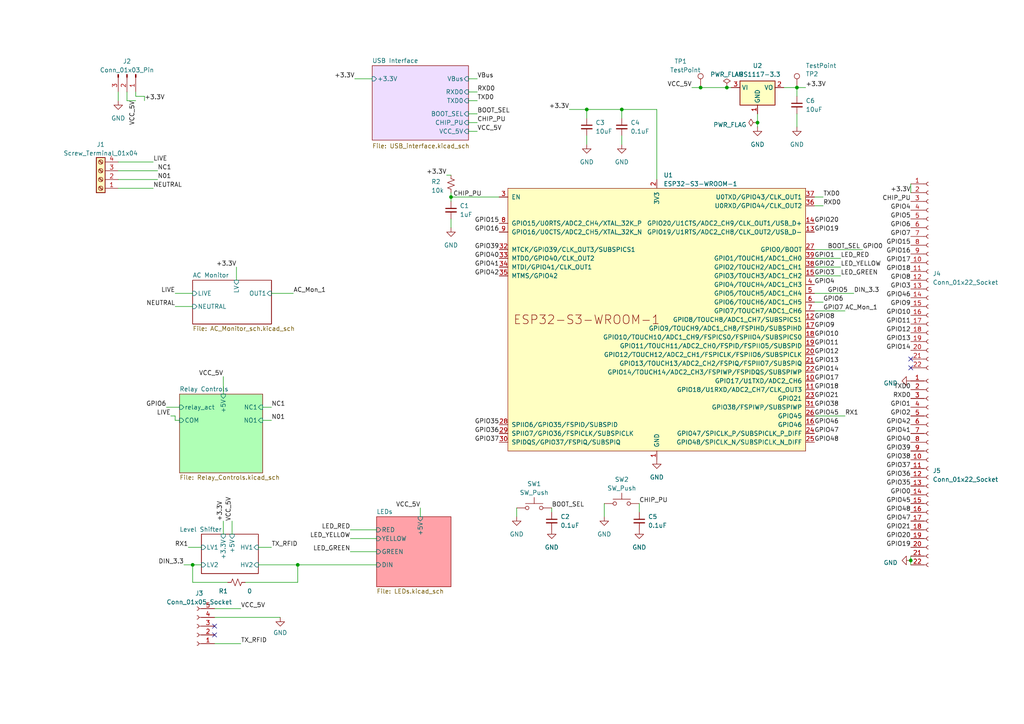
<source format=kicad_sch>
(kicad_sch (version 20230121) (generator eeschema)
  (paper "A4")
  (lib_symbols
    (symbol "Connector:Conn_01x03_Pin" (pin_names (offset 1.016) hide)
      (property "Reference" "J" (at 0 5.08 0))
      (property "Value" "Conn_01x03_Pin" (at 0 -5.08 0))
      (symbol "Conn_01x03_Pin_1_1"
        (polyline (pts (xy 1.27 -2.54) (xy 0.8636 -2.54)) (stroke (width 0.1524)))
        (polyline (pts (xy 1.27 0) (xy 0.8636 0)) (stroke (width 0.1524)))
        (polyline (pts (xy 1.27 2.54) (xy 0.8636 2.54)) (stroke (width 0.1524)))
        (rectangle (start 0.8636 -2.413) (end 0 -2.667) (stroke (width 0.1524)) (fill (type outline)))
        (rectangle (start 0.8636 0.127) (end 0 -0.127) (stroke (width 0.1524)) (fill (type outline)))
        (rectangle (start 0.8636 2.667) (end 0 2.413) (stroke (width 0.1524)) (fill (type outline)))
        (pin passive line (at 5.08 2.54 180) (length 3.81) (name "Pin_1") (number "1"))
        (pin passive line (at 5.08 0 180) (length 3.81) (name "Pin_2") (number "2"))
        (pin passive line (at 5.08 -2.54 180) (length 3.81) (name "Pin_3") (number "3"))
      )
    )
    (symbol "Connector:Conn_01x05_Socket" (pin_names (offset 1.016) hide)
      (property "Reference" "J" (at 0 7.62 0))
      (property "Value" "Conn_01x05_Socket" (at 0 -7.62 0))
      (symbol "Conn_01x05_Socket_1_1"
        (arc (start 0 -4.572) (mid -0.5058 -5.08) (end 0 -5.588) (stroke (width 0.1524)))
        (arc (start 0 -2.032) (mid -0.5058 -2.54) (end 0 -3.048) (stroke (width 0.1524)))
        (polyline (pts (xy -1.27 -5.08) (xy -0.508 -5.08)) (stroke (width 0.1524)))
        (polyline (pts (xy -1.27 -2.54) (xy -0.508 -2.54)) (stroke (width 0.1524)))
        (polyline (pts (xy -1.27 0) (xy -0.508 0)) (stroke (width 0.1524)))
        (polyline (pts (xy -1.27 2.54) (xy -0.508 2.54)) (stroke (width 0.1524)))
        (polyline (pts (xy -1.27 5.08) (xy -0.508 5.08)) (stroke (width 0.1524)))
        (arc (start 0 0.508) (mid -0.5058 0) (end 0 -0.508) (stroke (width 0.1524)))
        (arc (start 0 3.048) (mid -0.5058 2.54) (end 0 2.032) (stroke (width 0.1524)))
        (arc (start 0 5.588) (mid -0.5058 5.08) (end 0 4.572) (stroke (width 0.1524)))
        (pin passive line (at -5.08 5.08 0) (length 3.81) (name "Pin_1") (number "1"))
        (pin passive line (at -5.08 2.54 0) (length 3.81) (name "Pin_2") (number "2"))
        (pin passive line (at -5.08 0 0) (length 3.81) (name "Pin_3") (number "3"))
        (pin passive line (at -5.08 -2.54 0) (length 3.81) (name "Pin_4") (number "4"))
        (pin passive line (at -5.08 -5.08 0) (length 3.81) (name "Pin_5") (number "5"))
      )
    )
    (symbol "Connector:Conn_01x22_Socket" (pin_names (offset 1.016) hide)
      (property "Reference" "J" (at 0 27.94 0))
      (property "Value" "Conn_01x22_Socket" (at 0 -30.48 0))
      (symbol "Conn_01x22_Socket_1_1"
        (arc (start 0 -27.432) (mid -0.5058 -27.94) (end 0 -28.448) (stroke (width 0.1524)))
        (arc (start 0 -24.892) (mid -0.5058 -25.4) (end 0 -25.908) (stroke (width 0.1524)))
        (arc (start 0 -22.352) (mid -0.5058 -22.86) (end 0 -23.368) (stroke (width 0.1524)))
        (arc (start 0 -19.812) (mid -0.5058 -20.32) (end 0 -20.828) (stroke (width 0.1524)))
        (arc (start 0 -17.272) (mid -0.5058 -17.78) (end 0 -18.288) (stroke (width 0.1524)))
        (arc (start 0 -14.732) (mid -0.5058 -15.24) (end 0 -15.748) (stroke (width 0.1524)))
        (arc (start 0 -12.192) (mid -0.5058 -12.7) (end 0 -13.208) (stroke (width 0.1524)))
        (arc (start 0 -9.652) (mid -0.5058 -10.16) (end 0 -10.668) (stroke (width 0.1524)))
        (arc (start 0 -7.112) (mid -0.5058 -7.62) (end 0 -8.128) (stroke (width 0.1524)))
        (arc (start 0 -4.572) (mid -0.5058 -5.08) (end 0 -5.588) (stroke (width 0.1524)))
        (arc (start 0 -2.032) (mid -0.5058 -2.54) (end 0 -3.048) (stroke (width 0.1524)))
        (polyline (pts (xy -1.27 -27.94) (xy -0.508 -27.94)) (stroke (width 0.1524)))
        (polyline (pts (xy -1.27 -25.4) (xy -0.508 -25.4)) (stroke (width 0.1524)))
        (polyline (pts (xy -1.27 -22.86) (xy -0.508 -22.86)) (stroke (width 0.1524)))
        (polyline (pts (xy -1.27 -20.32) (xy -0.508 -20.32)) (stroke (width 0.1524)))
        (polyline (pts (xy -1.27 -17.78) (xy -0.508 -17.78)) (stroke (width 0.1524)))
        (polyline (pts (xy -1.27 -15.24) (xy -0.508 -15.24)) (stroke (width 0.1524)))
        (polyline (pts (xy -1.27 -12.7) (xy -0.508 -12.7)) (stroke (width 0.1524)))
        (polyline (pts (xy -1.27 -10.16) (xy -0.508 -10.16)) (stroke (width 0.1524)))
        (polyline (pts (xy -1.27 -7.62) (xy -0.508 -7.62)) (stroke (width 0.1524)))
        (polyline (pts (xy -1.27 -5.08) (xy -0.508 -5.08)) (stroke (width 0.1524)))
        (polyline (pts (xy -1.27 -2.54) (xy -0.508 -2.54)) (stroke (width 0.1524)))
        (polyline (pts (xy -1.27 0) (xy -0.508 0)) (stroke (width 0.1524)))
        (polyline (pts (xy -1.27 2.54) (xy -0.508 2.54)) (stroke (width 0.1524)))
        (polyline (pts (xy -1.27 5.08) (xy -0.508 5.08)) (stroke (width 0.1524)))
        (polyline (pts (xy -1.27 7.62) (xy -0.508 7.62)) (stroke (width 0.1524)))
        (polyline (pts (xy -1.27 10.16) (xy -0.508 10.16)) (stroke (width 0.1524)))
        (polyline (pts (xy -1.27 12.7) (xy -0.508 12.7)) (stroke (width 0.1524)))
        (polyline (pts (xy -1.27 15.24) (xy -0.508 15.24)) (stroke (width 0.1524)))
        (polyline (pts (xy -1.27 17.78) (xy -0.508 17.78)) (stroke (width 0.1524)))
        (polyline (pts (xy -1.27 20.32) (xy -0.508 20.32)) (stroke (width 0.1524)))
        (polyline (pts (xy -1.27 22.86) (xy -0.508 22.86)) (stroke (width 0.1524)))
        (polyline (pts (xy -1.27 25.4) (xy -0.508 25.4)) (stroke (width 0.1524)))
        (arc (start 0 0.508) (mid -0.5058 0) (end 0 -0.508) (stroke (width 0.1524)))
        (arc (start 0 3.048) (mid -0.5058 2.54) (end 0 2.032) (stroke (width 0.1524)))
        (arc (start 0 5.588) (mid -0.5058 5.08) (end 0 4.572) (stroke (width 0.1524)))
        (arc (start 0 8.128) (mid -0.5058 7.62) (end 0 7.112) (stroke (width 0.1524)))
        (arc (start 0 10.668) (mid -0.5058 10.16) (end 0 9.652) (stroke (width 0.1524)))
        (arc (start 0 13.208) (mid -0.5058 12.7) (end 0 12.192) (stroke (width 0.1524)))
        (arc (start 0 15.748) (mid -0.5058 15.24) (end 0 14.732) (stroke (width 0.1524)))
        (arc (start 0 18.288) (mid -0.5058 17.78) (end 0 17.272) (stroke (width 0.1524)))
        (arc (start 0 20.828) (mid -0.5058 20.32) (end 0 19.812) (stroke (width 0.1524)))
        (arc (start 0 23.368) (mid -0.5058 22.86) (end 0 22.352) (stroke (width 0.1524)))
        (arc (start 0 25.908) (mid -0.5058 25.4) (end 0 24.892) (stroke (width 0.1524)))
        (pin passive line (at -5.08 25.4 0) (length 3.81) (name "Pin_1") (number "1"))
        (pin passive line (at -5.08 2.54 0) (length 3.81) (name "Pin_10") (number "10"))
        (pin passive line (at -5.08 0 0) (length 3.81) (name "Pin_11") (number "11"))
        (pin passive line (at -5.08 -2.54 0) (length 3.81) (name "Pin_12") (number "12"))
        (pin passive line (at -5.08 -5.08 0) (length 3.81) (name "Pin_13") (number "13"))
        (pin passive line (at -5.08 -7.62 0) (length 3.81) (name "Pin_14") (number "14"))
        (pin passive line (at -5.08 -10.16 0) (length 3.81) (name "Pin_15") (number "15"))
        (pin passive line (at -5.08 -12.7 0) (length 3.81) (name "Pin_16") (number "16"))
        (pin passive line (at -5.08 -15.24 0) (length 3.81) (name "Pin_17") (number "17"))
        (pin passive line (at -5.08 -17.78 0) (length 3.81) (name "Pin_18") (number "18"))
        (pin passive line (at -5.08 -20.32 0) (length 3.81) (name "Pin_19") (number "19"))
        (pin passive line (at -5.08 22.86 0) (length 3.81) (name "Pin_2") (number "2"))
        (pin passive line (at -5.08 -22.86 0) (length 3.81) (name "Pin_20") (number "20"))
        (pin passive line (at -5.08 -25.4 0) (length 3.81) (name "Pin_21") (number "21"))
        (pin passive line (at -5.08 -27.94 0) (length 3.81) (name "Pin_22") (number "22"))
        (pin passive line (at -5.08 20.32 0) (length 3.81) (name "Pin_3") (number "3"))
        (pin passive line (at -5.08 17.78 0) (length 3.81) (name "Pin_4") (number "4"))
        (pin passive line (at -5.08 15.24 0) (length 3.81) (name "Pin_5") (number "5"))
        (pin passive line (at -5.08 12.7 0) (length 3.81) (name "Pin_6") (number "6"))
        (pin passive line (at -5.08 10.16 0) (length 3.81) (name "Pin_7") (number "7"))
        (pin passive line (at -5.08 7.62 0) (length 3.81) (name "Pin_8") (number "8"))
        (pin passive line (at -5.08 5.08 0) (length 3.81) (name "Pin_9") (number "9"))
      )
    )
    (symbol "Connector:Screw_Terminal_01x04" (pin_names (offset 1.016) hide)
      (property "Reference" "J" (at 0 5.08 0))
      (property "Value" "Screw_Terminal_01x04" (at 0 -7.62 0))
      (symbol "Screw_Terminal_01x04_1_1"
        (rectangle (start -1.27 3.81) (end 1.27 -6.35) (stroke (width 0.254)) (fill (type background)))
        (circle (center 0 -5.08) (radius 0.635) (stroke (width 0.1524)))
        (circle (center 0 -2.54) (radius 0.635) (stroke (width 0.1524)))
        (polyline (pts (xy -0.5334 -4.7498) (xy 0.3302 -5.588)) (stroke (width 0.1524)))
        (polyline (pts (xy -0.5334 -2.2098) (xy 0.3302 -3.048)) (stroke (width 0.1524)))
        (polyline (pts (xy -0.5334 0.3302) (xy 0.3302 -0.508)) (stroke (width 0.1524)))
        (polyline (pts (xy -0.5334 2.8702) (xy 0.3302 2.032)) (stroke (width 0.1524)))
        (polyline (pts (xy -0.3556 -4.572) (xy 0.508 -5.4102)) (stroke (width 0.1524)))
        (polyline (pts (xy -0.3556 -2.032) (xy 0.508 -2.8702)) (stroke (width 0.1524)))
        (polyline (pts (xy -0.3556 0.508) (xy 0.508 -0.3302)) (stroke (width 0.1524)))
        (polyline (pts (xy -0.3556 3.048) (xy 0.508 2.2098)) (stroke (width 0.1524)))
        (circle (center 0 0) (radius 0.635) (stroke (width 0.1524)))
        (circle (center 0 2.54) (radius 0.635) (stroke (width 0.1524)))
        (pin passive line (at -5.08 2.54 0) (length 3.81) (name "Pin_1") (number "1"))
        (pin passive line (at -5.08 0 0) (length 3.81) (name "Pin_2") (number "2"))
        (pin passive line (at -5.08 -2.54 0) (length 3.81) (name "Pin_3") (number "3"))
        (pin passive line (at -5.08 -5.08 0) (length 3.81) (name "Pin_4") (number "4"))
      )
    )
    (symbol "Connector:TestPoint" (pin_numbers hide) (pin_names (offset 0.762) hide)
      (property "Reference" "TP" (at 0 6.858 0))
      (property "Value" "TestPoint" (at 0 5.08 0))
      (symbol "TestPoint_0_1"
        (circle (center 0 3.302) (radius 0.762))
      )
      (symbol "TestPoint_1_1"
        (pin passive line (at 0 0 90) (length 2.54) (name "1") (number "1"))
      )
    )
    (symbol "Device:C_Small" (pin_numbers hide) (pin_names (offset 0.254) hide)
      (property "Reference" "C" (at 0.254 1.778 0))
      (property "Value" "C_Small" (at 0.254 -2.032 0))
      (symbol "C_Small_0_1"
        (polyline (pts (xy -1.524 -0.508) (xy 1.524 -0.508)) (stroke (width 0.3302)))
        (polyline (pts (xy -1.524 0.508) (xy 1.524 0.508)) (stroke (width 0.3048)))
      )
      (symbol "C_Small_1_1"
        (pin passive line (at 0 2.54 270) (length 2.032) (name "~") (number "1"))
        (pin passive line (at 0 -2.54 90) (length 2.032) (name "~") (number "2"))
      )
    )
    (symbol "Device:R_Small_US" (pin_numbers hide) (pin_names (offset 0.254) hide)
      (property "Reference" "R" (at 0.762 0.508 0))
      (property "Value" "R_Small_US" (at 0.762 -1.016 0))
      (symbol "R_Small_US_1_1"
        (polyline (pts (xy 0 0) (xy 1.016 -0.381) (xy 0 -0.762) (xy -1.016 -1.143) (xy 0 -1.524)))
        (polyline (pts (xy 0 1.524) (xy 1.016 1.143) (xy 0 0.762) (xy -1.016 0.381) (xy 0 0)))
        (pin passive line (at 0 2.54 270) (length 1.016) (name "~") (number "1"))
        (pin passive line (at 0 -2.54 90) (length 1.016) (name "~") (number "2"))
      )
    )
    (symbol "ESP lib:ESP32-S3-WROOM-1" (pin_names (offset 1.016))
      (property "Reference" "U" (at -43.18 43.18 0))
      (property "Value" "ESP32-S3-WROOM-1" (at -43.18 40.64 0))
      (symbol "ESP32-S3-WROOM-1_0_0"
        (text "ESP32-S3-WROOM-1" (at -20.32 0 0) (effects (font (size 2.54 2.54))))
        (pin power_in line (at 0 -40.64 90) (length 2.54) (name "GND") (number "1"))
        (pin bidirectional line (at 45.72 -17.78 180) (length 2.54) (name "GPIO17/U1TXD/ADC2_CH6") (number "10"))
        (pin bidirectional line (at 45.72 -20.32 180) (length 2.54) (name "GPIO18/U1RXD/ADC2_CH7/CLK_OUT3") (number "11"))
        (pin bidirectional line (at 45.72 0 180) (length 2.54) (name "GPIO8/TOUCH8/ADC1_CH7/SUBSPICS1") (number "12"))
        (pin bidirectional line (at 45.72 25.4 180) (length 2.54) (name "GPIO19/U1RTS/ADC2_CH8/CLK_OUT2/USB_D-") (number "13"))
        (pin bidirectional line (at 45.72 27.94 180) (length 2.54) (name "GPIO20/U1CTS/ADC2_CH9/CLK_OUT1/USB_D+") (number "14"))
        (pin bidirectional line (at 45.72 12.7 180) (length 2.54) (name "GPIO3/TOUCH3/ADC1_CH2") (number "15"))
        (pin bidirectional line (at 45.72 -30.48 180) (length 2.54) (name "GPIO46") (number "16"))
        (pin bidirectional line (at 45.72 -2.54 180) (length 2.54) (name "GPIO9/TOUCH9/ADC1_CH8/FSPIHD/SUBSPIHD") (number "17"))
        (pin bidirectional line (at 45.72 -5.08 180) (length 2.54) (name "GPIO10/TOUCH10/ADC1_CH9/FSPICS0/FSPIIO4/SUBSPICS0") (number "18"))
        (pin bidirectional line (at 45.72 -7.62 180) (length 2.54) (name "GPIO11/TOUCH11/ADC2_CH0/FSPID/FSPIIO5/SUBSPID") (number "19"))
        (pin power_in line (at 0 40.64 270) (length 2.54) (name "3V3") (number "2"))
        (pin bidirectional line (at 45.72 -10.16 180) (length 2.54) (name "GPIO12/TOUCH12/ADC2_CH1/FSPICLK/FSPIIO6/SUBSPICLK") (number "20"))
        (pin bidirectional line (at 45.72 -12.7 180) (length 2.54) (name "GPIO13/TOUCH13/ADC2_CH2/FSPIQ/FSPIIO7/SUBSPIQ") (number "21"))
        (pin bidirectional line (at 45.72 -15.24 180) (length 2.54) (name "GPIO14/TOUCH14/ADC2_CH3/FSPIWP/FSPIDQS/SUBSPIWP") (number "22"))
        (pin bidirectional line (at 45.72 -22.86 180) (length 2.54) (name "GPIO21") (number "23"))
        (pin bidirectional line (at 45.72 -33.02 180) (length 2.54) (name "GPIO47/SPICLK_P/SUBSPICLK_P_DIFF") (number "24"))
        (pin bidirectional line (at 45.72 -35.56 180) (length 2.54) (name "GPIO48/SPICLK_N/SUBSPICLK_N_DIFF") (number "25"))
        (pin bidirectional line (at 45.72 -27.94 180) (length 2.54) (name "GPIO45") (number "26"))
        (pin bidirectional line (at 45.72 20.32 180) (length 2.54) (name "GPIO0/BOOT") (number "27"))
        (pin bidirectional line (at -45.72 -30.48 0) (length 2.54) (name "SPIIO6/GPIO35/FSPID/SUBSPID") (number "28"))
        (pin bidirectional line (at -45.72 -33.02 0) (length 2.54) (name "SPIIO7/GPIO36/FSPICLK/SUBSPICLK") (number "29"))
        (pin input line (at -45.72 35.56 0) (length 2.54) (name "EN") (number "3"))
        (pin bidirectional line (at -45.72 -35.56 0) (length 2.54) (name "SPIDQS/GPIO37/FSPIQ/SUBSPIQ") (number "30"))
        (pin bidirectional line (at 45.72 -25.4 180) (length 2.54) (name "GPIO38/FSPIWP/SUBSPIWP") (number "31"))
        (pin bidirectional line (at -45.72 20.32 0) (length 2.54) (name "MTCK/GPIO39/CLK_OUT3/SUBSPICS1") (number "32"))
        (pin bidirectional line (at -45.72 17.78 0) (length 2.54) (name "MTDO/GPIO40/CLK_OUT2") (number "33"))
        (pin bidirectional line (at -45.72 15.24 0) (length 2.54) (name "MTDI/GPIO41/CLK_OUT1") (number "34"))
        (pin bidirectional line (at -45.72 12.7 0) (length 2.54) (name "MTMS/GPIO42") (number "35"))
        (pin bidirectional line (at 45.72 33.02 180) (length 2.54) (name "U0RXD/GPIO44/CLK_OUT2") (number "36"))
        (pin bidirectional line (at 45.72 35.56 180) (length 2.54) (name "U0TXD/GPIO43/CLK_OUT1") (number "37"))
        (pin bidirectional line (at 45.72 15.24 180) (length 2.54) (name "GPIO2/TOUCH2/ADC1_CH1") (number "38"))
        (pin bidirectional line (at 45.72 17.78 180) (length 2.54) (name "GPIO1/TOUCH1/ADC1_CH0") (number "39"))
        (pin bidirectional line (at 45.72 10.16 180) (length 2.54) (name "GPIO4/TOUCH4/ADC1_CH3") (number "4"))
        (pin passive line (at 0 -40.64 90) (length 2.54) hide (name "GND") (number "40"))
        (pin passive line (at 0 -40.64 90) (length 2.54) hide (name "GND") (number "41"))
        (pin bidirectional line (at 45.72 7.62 180) (length 2.54) (name "GPIO5/TOUCH5/ADC1_CH4") (number "5"))
        (pin bidirectional line (at 45.72 5.08 180) (length 2.54) (name "GPIO6/TOUCH6/ADC1_CH5") (number "6"))
        (pin bidirectional line (at 45.72 2.54 180) (length 2.54) (name "GPIO7/TOUCH7/ADC1_CH6") (number "7"))
        (pin bidirectional line (at -45.72 27.94 0) (length 2.54) (name "GPIO15/U0RTS/ADC2_CH4/XTAL_32K_P") (number "8"))
        (pin bidirectional line (at -45.72 25.4 0) (length 2.54) (name "GPIO16/U0CTS/ADC2_CH5/XTAL_32K_N") (number "9"))
      )
      (symbol "ESP32-S3-WROOM-1_0_1"
        (rectangle (start -43.18 38.1) (end 43.18 -38.1) (fill (type background)))
      )
    )
    (symbol "Regulator_Linear:AMS1117-3.3"
      (property "Reference" "U" (at -3.81 3.175 0))
      (property "Value" "AMS1117-3.3" (at 0 3.175 0))
      (symbol "AMS1117-3.3_0_1"
        (rectangle (start -5.08 -5.08) (end 5.08 1.905) (stroke (width 0.254)) (fill (type background)))
      )
      (symbol "AMS1117-3.3_1_1"
        (pin power_in line (at 0 -7.62 90) (length 2.54) (name "GND") (number "1"))
        (pin power_out line (at 7.62 0 180) (length 2.54) (name "VO") (number "2"))
        (pin power_in line (at -7.62 0 0) (length 2.54) (name "VI") (number "3"))
      )
    )
    (symbol "Switch:SW_Push" (pin_numbers hide) (pin_names (offset 1.016) hide)
      (property "Reference" "SW" (at 1.27 2.54 0))
      (property "Value" "SW_Push" (at 0 -1.524 0))
      (symbol "SW_Push_0_1"
        (circle (center -2.032 0) (radius 0.508))
        (polyline (pts (xy 0 1.27) (xy 0 3.048)))
        (polyline (pts (xy 2.54 1.27) (xy -2.54 1.27)))
        (circle (center 2.032 0) (radius 0.508))
        (pin passive line (at -5.08 0 0) (length 2.54) (name "1") (number "1"))
        (pin passive line (at 5.08 0 180) (length 2.54) (name "2") (number "2"))
      )
    )
    (symbol "power:GND" (power) (pin_names (offset 0))
      (property "Value" "GND" (at 0 -3.81 0))
      (symbol "GND_0_1"
        (polyline (pts (xy 0 0) (xy 0 -1.27) (xy 1.27 -1.27) (xy 0 -2.54) (xy -1.27 -1.27) (xy 0 -1.27)))
      )
      (symbol "GND_1_1"
        (pin power_in line (at 0 0 270) (length 0) hide (name "GND") (number "1"))
      )
    )
    (symbol "power:PWR_FLAG" (power) (pin_numbers hide) (pin_names (offset 0) hide)
      (property "Value" "PWR_FLAG" (at 0 3.81 0))
      (symbol "PWR_FLAG_0_0"
        (pin power_out line (at 0 0 90) (length 0) (name "pwr") (number "1"))
      )
      (symbol "PWR_FLAG_0_1"
        (polyline (pts (xy 0 0) (xy 0 1.27) (xy -1.016 1.905) (xy 0 2.54) (xy 1.016 1.905) (xy 0 1.27)))
      )
    )
  )
  (junction (at 170.18 31.75))
  (junction (at 180.34 31.75))
  (junction (at 210.82 25.4))
  (junction (at 264.16 162.56))
  (junction (at 55.88 163.83))
  (junction (at 130.81 57.15))
  (junction (at 231.14 25.4))
  (junction (at 86.36 163.83))
  (junction (at 203.2 25.4))
  (junction (at 219.71 35.56))
  (no_connect (at 62.23 181.61))
  (no_connect (at 62.23 184.15))
  (no_connect (at 264.16 106.68))
  (no_connect (at 264.16 104.14))
  (wire (pts (xy 264.16 161.29) (xy 264.16 162.56)))
  (wire (pts (xy 50.8 121.92) (xy 50.8 120.65)))
  (wire (pts (xy 76.2 118.11) (xy 78.74 118.11)))
  (wire (pts (xy 74.93 163.83) (xy 86.36 163.83)))
  (wire (pts (xy 227.33 25.4) (xy 231.14 25.4)))
  (wire (pts (xy 264.16 162.56) (xy 264.16 163.83)))
  (wire (pts (xy 180.34 31.75) (xy 190.5 31.75)))
  (wire (pts (xy 135.89 29.21) (xy 138.43 29.21)))
  (wire (pts (xy 165.1 31.75) (xy 170.18 31.75)))
  (wire (pts (xy 130.81 57.15) (xy 144.78 57.15)))
  (wire (pts (xy 62.23 179.07) (xy 81.28 179.07)))
  (wire (pts (xy 78.74 85.09) (xy 85.09 85.09)))
  (wire (pts (xy 55.88 168.91) (xy 66.04 168.91)))
  (wire (pts (xy 76.2 121.92) (xy 78.74 121.92)))
  (wire (pts (xy 34.29 46.99) (xy 44.45 46.99)))
  (wire (pts (xy 44.45 54.61) (xy 34.29 54.61)))
  (wire (pts (xy 243.84 80.01) (xy 236.22 80.01)))
  (wire (pts (xy 219.71 35.56) (xy 219.71 36.83)))
  (wire (pts (xy 210.82 25.4) (xy 212.09 25.4)))
  (wire (pts (xy 245.11 120.65) (xy 236.22 120.65)))
  (wire (pts (xy 135.89 35.56) (xy 138.43 35.56)))
  (wire (pts (xy 231.14 36.83) (xy 231.14 33.02)))
  (wire (pts (xy 36.83 29.21) (xy 36.83 26.67)))
  (wire (pts (xy 135.89 38.1) (xy 138.43 38.1)))
  (wire (pts (xy 236.22 87.63) (xy 238.76 87.63)))
  (wire (pts (xy 74.93 158.75) (xy 78.74 158.75)))
  (wire (pts (xy 39.37 29.21) (xy 36.83 29.21)))
  (wire (pts (xy 34.29 26.67) (xy 34.29 29.21)))
  (wire (pts (xy 236.22 72.39) (xy 250.19 72.39)))
  (wire (pts (xy 135.89 33.02) (xy 138.43 33.02)))
  (wire (pts (xy 170.18 31.75) (xy 180.34 31.75)))
  (wire (pts (xy 50.8 85.09) (xy 55.88 85.09)))
  (wire (pts (xy 185.42 148.59) (xy 185.42 146.05)))
  (wire (pts (xy 50.8 88.9) (xy 55.88 88.9)))
  (wire (pts (xy 180.34 34.29) (xy 180.34 31.75)))
  (wire (pts (xy 236.22 85.09) (xy 247.65 85.09)))
  (wire (pts (xy 219.71 33.02) (xy 219.71 35.56)))
  (wire (pts (xy 243.84 77.47) (xy 236.22 77.47)))
  (wire (pts (xy 121.92 147.32) (xy 121.92 149.86)))
  (wire (pts (xy 39.37 27.94) (xy 39.37 26.67)))
  (wire (pts (xy 130.81 55.88) (xy 130.81 57.15)))
  (wire (pts (xy 190.5 31.75) (xy 190.5 52.07)))
  (wire (pts (xy 54.61 158.75) (xy 58.42 158.75)))
  (wire (pts (xy 62.23 176.53) (xy 69.85 176.53)))
  (wire (pts (xy 203.2 25.4) (xy 210.82 25.4)))
  (wire (pts (xy 160.02 148.59) (xy 160.02 147.32)))
  (wire (pts (xy 236.22 57.15) (xy 238.76 57.15)))
  (wire (pts (xy 62.23 186.69) (xy 69.85 186.69)))
  (wire (pts (xy 41.91 27.94) (xy 39.37 27.94)))
  (wire (pts (xy 236.22 59.69) (xy 238.76 59.69)))
  (wire (pts (xy 55.88 163.83) (xy 55.88 168.91)))
  (wire (pts (xy 67.31 151.13) (xy 67.31 154.94)))
  (wire (pts (xy 170.18 34.29) (xy 170.18 31.75)))
  (wire (pts (xy 102.87 22.86) (xy 107.95 22.86)))
  (wire (pts (xy 45.72 52.07) (xy 34.29 52.07)))
  (wire (pts (xy 101.6 160.02) (xy 109.22 160.02)))
  (wire (pts (xy 175.26 149.86) (xy 175.26 146.05)))
  (wire (pts (xy 68.58 77.47) (xy 68.58 81.28)))
  (wire (pts (xy 180.34 39.37) (xy 180.34 41.91)))
  (wire (pts (xy 50.8 120.65) (xy 49.53 120.65)))
  (wire (pts (xy 130.81 58.42) (xy 130.81 57.15)))
  (wire (pts (xy 135.89 22.86) (xy 138.43 22.86)))
  (wire (pts (xy 200.66 25.4) (xy 203.2 25.4)))
  (wire (pts (xy 64.77 151.13) (xy 64.77 154.94)))
  (wire (pts (xy 45.72 49.53) (xy 34.29 49.53)))
  (wire (pts (xy 129.54 50.8) (xy 130.81 50.8)))
  (wire (pts (xy 86.36 163.83) (xy 109.22 163.83)))
  (wire (pts (xy 243.84 74.93) (xy 236.22 74.93)))
  (wire (pts (xy 135.89 26.67) (xy 138.43 26.67)))
  (wire (pts (xy 231.14 25.4) (xy 231.14 27.94)))
  (wire (pts (xy 52.07 118.11) (xy 48.26 118.11)))
  (wire (pts (xy 170.18 39.37) (xy 170.18 41.91)))
  (wire (pts (xy 101.6 156.21) (xy 109.22 156.21)))
  (wire (pts (xy 71.12 168.91) (xy 86.36 168.91)))
  (wire (pts (xy 130.81 63.5) (xy 130.81 66.04)))
  (wire (pts (xy 231.14 25.4) (xy 233.68 25.4)))
  (wire (pts (xy 101.6 153.67) (xy 109.22 153.67)))
  (wire (pts (xy 50.8 121.92) (xy 52.07 121.92)))
  (wire (pts (xy 149.86 149.86) (xy 149.86 147.32)))
  (wire (pts (xy 41.91 29.21) (xy 41.91 27.94)))
  (wire (pts (xy 264.16 53.34) (xy 264.16 55.88)))
  (wire (pts (xy 53.34 163.83) (xy 55.88 163.83)))
  (wire (pts (xy 86.36 168.91) (xy 86.36 163.83)))
  (wire (pts (xy 236.22 90.17) (xy 245.11 90.17)))
  (wire (pts (xy 64.77 109.22) (xy 64.77 114.3)))
  (wire (pts (xy 55.88 163.83) (xy 58.42 163.83)))
  (label "+3.3V" (at 233.68 25.4 0))
  (label "VCC_5V" (at 200.66 25.4 180))
  (label "DIN_3.3" (at 247.65 85.09 0))
  (label "TX_RFID" (at 78.74 158.75 0))
  (label "VCC_5V" (at 67.31 151.13 90))
  (label "GPIO48" (at 264.16 148.59 180))
  (label "GPIO45" (at 264.16 146.05 180))
  (label "LED_GREEN" (at 101.6 160.02 180))
  (label "GPIO47" (at 264.16 151.13 180))
  (label "GPIO20" (at 264.16 156.21 180))
  (label "GPIO14" (at 236.22 107.95 0))
  (label "GPIO8" (at 264.16 81.28 180))
  (label "NEUTRAL" (at 44.45 54.61 0))
  (label "VCC_5V" (at 39.37 29.21 270))
  (label "GPIO15" (at 264.16 71.12 180))
  (label "CHIP_PU" (at 264.16 58.42 180))
  (label "GPIO2" (at 264.16 120.65 180))
  (label "AC_Mon_1" (at 85.09 85.09 0))
  (label "VBus" (at 138.43 22.86 0))
  (label "DIN_3.3" (at 53.34 163.83 180))
  (label "GPIO21" (at 264.16 153.67 180))
  (label "GPIO0" (at 264.16 143.51 180))
  (label "GPIO5" (at 264.16 63.5 180))
  (label "GPIO46" (at 236.22 123.19 0))
  (label "GPIO9" (at 236.22 95.25 0))
  (label "GPIO0" (at 250.19 72.39 0))
  (label "VCC_5V" (at 121.92 147.32 180))
  (label "GPIO36" (at 264.16 138.43 180))
  (label "GPIO13" (at 236.22 105.41 0))
  (label "TXD0" (at 264.16 113.03 180))
  (label "GPIO3" (at 264.16 83.82 180))
  (label "+3.3V" (at 41.91 29.21 0))
  (label "GPIO14" (at 264.16 101.6 180))
  (label "GPIO11" (at 236.22 100.33 0))
  (label "GPIO17" (at 236.22 110.49 0))
  (label "GPIO6" (at 48.26 118.11 180))
  (label "LED_YELLOW" (at 243.84 77.47 0))
  (label "GPIO19" (at 264.16 158.75 180))
  (label "NC1" (at 45.72 49.53 0))
  (label "GPIO42" (at 264.16 123.19 180))
  (label "GPIO4" (at 236.22 82.55 0))
  (label "LIVE" (at 50.8 85.09 180))
  (label "GPIO7" (at 238.76 90.17 0))
  (label "RXD0" (at 238.76 59.69 0))
  (label "BOOT_SEL" (at 160.02 147.32 0))
  (label "GPIO8" (at 236.22 92.71 0))
  (label "GPIO39" (at 144.78 72.39 180))
  (label "GPIO35" (at 264.16 140.97 180))
  (label "GPIO47" (at 236.22 125.73 0))
  (label "CHIP_PU" (at 185.42 146.05 0))
  (label "LED_YELLOW" (at 101.6 156.21 180))
  (label "GPIO18" (at 236.22 113.03 0))
  (label "LED_RED" (at 101.6 153.67 180))
  (label "GPIO37" (at 264.16 135.89 180))
  (label "GPIO10" (at 236.22 97.79 0))
  (label "RX1" (at 245.11 120.65 0))
  (label "GPIO40" (at 264.16 128.27 180))
  (label "GPIO37" (at 144.78 128.27 180))
  (label "GPIO48" (at 236.22 128.27 0))
  (label "GPIO6" (at 264.16 66.04 180))
  (label "GPIO16" (at 264.16 73.66 180))
  (label "GPIO39" (at 264.16 130.81 180))
  (label "NEUTRAL" (at 50.8 88.9 180))
  (label "GPIO5" (at 240.03 85.09 0))
  (label "LED_GREEN" (at 243.84 80.01 0))
  (label "GPIO15" (at 144.78 64.77 180))
  (label "VCC_5V" (at 138.43 38.1 0))
  (label "LIVE" (at 49.53 120.65 180))
  (label "GPIO20" (at 236.22 64.77 0))
  (label "VCC_5V" (at 69.85 176.53 0))
  (label "NC1" (at 78.74 118.11 0))
  (label "GPIO1" (at 236.22 74.93 0))
  (label "TXD0" (at 138.43 29.21 0))
  (label "BOOT_SEL" (at 138.43 33.02 0))
  (label "N01" (at 45.72 52.07 0))
  (label "LIVE" (at 44.45 46.99 0))
  (label "GPIO6" (at 238.76 87.63 0))
  (label "GPIO41" (at 264.16 125.73 180))
  (label "N01" (at 78.74 121.92 0))
  (label "GPIO10" (at 264.16 91.44 180))
  (label "GPIO40" (at 144.78 74.93 180))
  (label "CHIP_PU" (at 138.43 35.56 0))
  (label "GPIO38" (at 264.16 133.35 180))
  (label "+3.3V" (at 129.54 50.8 180))
  (label "LED_RED" (at 243.84 74.93 0))
  (label "AC_Mon_1" (at 245.11 90.17 0))
  (label "GPIO45" (at 236.22 120.65 0))
  (label "+3.3V" (at 264.16 55.88 180))
  (label "GPIO18" (at 264.16 78.74 180))
  (label "GPIO16" (at 144.78 67.31 180))
  (label "CHIP_PU" (at 139.7 57.15 180))
  (label "GPIO2" (at 236.22 77.47 0))
  (label "GPIO4" (at 264.16 60.96 180))
  (label "GPIO46" (at 264.16 86.36 180))
  (label "GPIO12" (at 236.22 102.87 0))
  (label "GPIO17" (at 264.16 76.2 180))
  (label "GPIO12" (at 264.16 96.52 180))
  (label "GPIO41" (at 144.78 77.47 180))
  (label "GPIO9" (at 264.16 88.9 180))
  (label "GPIO36" (at 144.78 125.73 180))
  (label "GPIO3" (at 236.22 80.01 0))
  (label "VCC_5V" (at 64.77 109.22 180))
  (label "GPIO1" (at 264.16 118.11 180))
  (label "+3.3V" (at 68.58 77.47 180))
  (label "GPIO21" (at 236.22 115.57 0))
  (label "GPIO35" (at 144.78 123.19 180))
  (label "GPIO11" (at 264.16 93.98 180))
  (label "GPIO19" (at 236.22 67.31 0))
  (label "+3.3V" (at 64.77 151.13 90))
  (label "RXD0" (at 138.43 26.67 0))
  (label "TX_RFID" (at 69.85 186.69 0))
  (label "+3.3V" (at 102.87 22.86 180))
  (label "RXD0" (at 264.16 115.57 180))
  (label "RX1" (at 54.61 158.75 180))
  (label "+3.3V" (at 165.1 31.75 180))
  (label "GPIO7" (at 264.16 68.58 180))
  (label "GPIO42" (at 144.78 80.01 180))
  (label "BOOT_SEL" (at 240.03 72.39 0))
  (label "GPIO13" (at 264.16 99.06 180))
  (label "TXD0" (at 238.76 57.15 0))
  (label "GPIO38" (at 236.22 118.11 0))
  (symbol (lib_id "Connector:TestPoint") (at 231.14 25.4 0) (unit 1)
    (property "Reference" "TP2" (at 233.68 21.463 0) (effects (justify left)))
    (property "Value" "TestPoint" (at 233.68 19.05 0) (effects (justify left)))
    (property "Footprint" "TestPoint:TestPoint_Pad_D1.5mm" (effects hide))
  )
  (symbol (lib_id "power:GND") (at 264.16 162.56 270) (unit 1)
    (property "Reference" "#PWR014" (effects hide))
    (property "Value" "GND" (at 260.35 163.195 90) (effects (justify right)))
  )
  (symbol (lib_id "power:GND") (at 190.5 133.35 0) (unit 1)
    (property "Reference" "#PWR010" (effects hide))
    (property "Value" "GND" (at 190.5 138.43 0))
  )
  (symbol (lib_id "Connector:Conn_01x05_Socket") (at 57.15 181.61 180) (unit 1)
    (property "Reference" "J3" (at 57.785 172.085 0))
    (property "Value" "Conn_01x05_Socket" (at 57.785 174.625 0))
    (property "Footprint" "Connector_PinHeader_1.27mm:PinHeader_1x05_P1.27mm_Vertical" (effects hide))
  )
  (symbol (lib_id "Device:R_Small_US") (at 68.58 168.91 270) (unit 1)
    (property "Reference" "R1" (at 64.77 171.45 90))
    (property "Value" "0" (at 72.39 171.45 90))
    (property "Footprint" "Resistor_SMD:R_0603_1608Metric" (effects hide))
  )
  (symbol (lib_id "power:GND") (at 175.26 149.86 0) (unit 1)
    (property "Reference" "#PWR07" (effects hide))
    (property "Value" "GND" (at 175.26 154.94 0))
  )
  (symbol (lib_id "power:GND") (at 149.86 149.86 0) (unit 1)
    (property "Reference" "#PWR04" (effects hide))
    (property "Value" "GND" (at 149.86 154.94 0))
  )
  (symbol (lib_id "power:GND") (at 231.14 36.83 0) (unit 1)
    (property "Reference" "#PWR012" (effects hide))
    (property "Value" "GND" (at 231.14 41.91 0))
  )
  (symbol (lib_id "power:GND") (at 185.42 153.67 0) (unit 1)
    (property "Reference" "#PWR09" (effects hide))
    (property "Value" "GND" (at 185.42 158.75 0))
  )
  (symbol (lib_id "Connector:Conn_01x22_Socket") (at 269.24 78.74 0) (unit 1)
    (property "Reference" "J4" (at 270.51 79.375 0) (effects (justify left)))
    (property "Value" "Conn_01x22_Socket" (at 270.51 81.915 0) (effects (justify left)))
    (property "Footprint" "Connector_PinHeader_1.27mm:PinHeader_1x22_P1.27mm_Vertical" (effects hide))
  )
  (symbol (lib_id "power:GND") (at 34.29 29.21 0) (unit 1)
    (property "Reference" "#PWR01" (effects hide))
    (property "Value" "GND" (at 34.29 34.29 0))
  )
  (symbol (lib_id "power:GND") (at 180.34 41.91 0) (unit 1)
    (property "Reference" "#PWR08" (effects hide))
    (property "Value" "GND" (at 180.34 46.99 0))
  )
  (symbol (lib_id "power:GND") (at 160.02 153.67 0) (unit 1)
    (property "Reference" "#PWR05" (effects hide))
    (property "Value" "GND" (at 160.02 158.75 0))
  )
  (symbol (lib_id "power:GND") (at 170.18 41.91 0) (unit 1)
    (property "Reference" "#PWR06" (effects hide))
    (property "Value" "GND" (at 170.18 46.99 0))
  )
  (symbol (lib_id "power:GND") (at 219.71 36.83 0) (unit 1)
    (property "Reference" "#PWR011" (effects hide))
    (property "Value" "GND" (at 219.71 41.91 0))
  )
  (symbol (lib_id "power:PWR_FLAG") (at 219.71 35.56 90) (unit 1)
    (property "Reference" "#FLG02" (effects hide))
    (property "Value" "PWR_FLAG" (at 216.535 36.195 90) (effects (justify left)))
  )
  (symbol (lib_id "power:GND") (at 130.81 66.04 0) (unit 1)
    (property "Reference" "#PWR03" (effects hide))
    (property "Value" "GND" (at 130.81 71.12 0))
  )
  (symbol (lib_id "power:GND") (at 81.28 179.07 0) (unit 1)
    (property "Reference" "#PWR02" (effects hide))
    (property "Value" "GND" (at 81.28 183.515 0))
  )
  (symbol (lib_id "Device:R_Small_US") (at 130.81 53.34 0) (unit 1)
    (property "Reference" "R2" (at 125.095 52.705 0) (effects (justify left)))
    (property "Value" "10k" (at 125.095 55.245 0) (effects (justify left)))
    (property "Footprint" "Resistor_SMD:R_1206_3216Metric" (effects hide))
    (property "LCSC" "C17902" (effects hide))
  )
  (symbol (lib_id "Connector:Screw_Terminal_01x04") (at 29.21 52.07 180) (unit 1)
    (property "Reference" "J1" (at 29.21 41.91 0))
    (property "Value" "Screw_Terminal_01x04" (at 29.21 44.45 0))
    (property "Footprint" "TerminalBlock_Phoenix:TerminalBlock_Phoenix_MKDS-1,5-4-5.08_1x04_P5.08mm_Horizontal" (effects hide))
  )
  (symbol (lib_id "Device:C_Small") (at 180.34 36.83 0) (unit 1)
    (property "Reference" "C4" (at 182.88 35.5663 0) (effects (justify left)))
    (property "Value" "0.1uF" (at 182.88 38.1063 0) (effects (justify left)))
    (property "Footprint" "Capacitor_SMD:C_0603_1608Metric" (effects hide))
    (property "LCSC" "C14663" (effects hide))
  )
  (symbol (lib_id "Switch:SW_Push") (at 180.34 146.05 0) (unit 1)
    (property "Reference" "SW2" (at 180.34 139.065 0))
    (property "Value" "SW_Push" (at 180.34 141.605 0))
    (property "Footprint" "Connector_PinHeader_1.27mm:PinHeader_1x02_P1.27mm_Vertical" (effects hide))
    (property "LCSC" "C2844397" (effects hide))
  )
  (symbol (lib_id "ESP lib:ESP32-S3-WROOM-1") (at 190.5 92.71 0) (unit 1)
    (property "Reference" "U1" (at 192.4559 50.8 0) (effects (justify left)))
    (property "Value" "ESP32-S3-WROOM-1" (at 192.4559 53.34 0) (effects (justify left)))
    (property "Footprint" "Espressif:ESP32-S3-WROOM-1" (effects hide))
    (property "Datasheet" "https://www.espressif.com/sites/default/files/documentation/esp32-s3-wroom-1_wroom-1u_datasheet_en.pdf" (effects hide))
    (property "LCSC" "C2913200" (effects hide))
  )
  (symbol (lib_id "Regulator_Linear:AMS1117-3.3") (at 219.71 25.4 0) (unit 1)
    (property "Reference" "U2" (at 219.71 19.05 0))
    (property "Value" "AMS1117-3.3" (at 219.71 21.59 0))
    (property "Footprint" "Package_TO_SOT_SMD:SOT-223-3_TabPin2" (effects hide))
    (property "Datasheet" "http://www.advanced-monolithic.com/pdf/ds1117.pdf" (effects hide))
    (property "LCSC" "C6186" (effects hide))
  )
  (symbol (lib_id "Switch:SW_Push") (at 154.94 147.32 0) (unit 1)
    (property "Reference" "SW1" (at 154.94 140.335 0))
    (property "Value" "SW_Push" (at 154.94 142.875 0))
    (property "Footprint" "Connector_PinHeader_1.27mm:PinHeader_1x02_P1.27mm_Vertical" (effects hide))
    (property "LCSC" "C2844397" (effects hide))
  )
  (symbol (lib_id "power:PWR_FLAG") (at 210.82 25.4 0) (unit 1)
    (property "Reference" "#FLG01" (effects hide))
    (property "Value" "PWR_FLAG" (at 210.82 21.59 0))
  )
  (symbol (lib_id "Device:C_Small") (at 231.14 30.48 0) (unit 1)
    (property "Reference" "C6" (at 233.68 29.2163 0) (effects (justify left)))
    (property "Value" "10uF" (at 233.68 31.7563 0) (effects (justify left)))
    (property "Footprint" "Capacitor_SMD:C_0603_1608Metric" (effects hide))
    (property "LCSC" "C19702" (effects hide))
  )
  (symbol (lib_id "Connector:TestPoint") (at 203.2 25.4 0) (unit 1)
    (property "Reference" "TP1" (at 195.58 17.78 0) (effects (justify left)))
    (property "Value" "TestPoint" (at 194.31 20.32 0) (effects (justify left)))
    (property "Footprint" "TestPoint:TestPoint_Pad_D1.5mm" (effects hide))
  )
  (symbol (lib_id "Device:C_Small") (at 160.02 151.13 0) (unit 1)
    (property "Reference" "C2" (at 162.56 149.8663 0) (effects (justify left)))
    (property "Value" "0.1uF" (at 162.56 152.4063 0) (effects (justify left)))
    (property "Footprint" "Capacitor_SMD:C_0603_1608Metric" (effects hide))
    (property "LCSC" "C14663" (effects hide))
  )
  (symbol (lib_id "Connector:Conn_01x03_Pin") (at 36.83 21.59 270) (unit 1)
    (property "Reference" "J2" (at 36.83 17.78 90))
    (property "Value" "Conn_01x03_Pin" (at 36.83 20.32 90))
    (property "Footprint" "Connector_PinHeader_1.27mm:PinHeader_1x03_P1.27mm_Vertical" (effects hide))
  )
  (symbol (lib_id "Device:C_Small") (at 130.81 60.96 0) (unit 1)
    (property "Reference" "C1" (at 133.35 59.6963 0) (effects (justify left)))
    (property "Value" "1uF" (at 133.35 62.2363 0) (effects (justify left)))
    (property "Footprint" "Capacitor_SMD:C_0603_1608Metric" (effects hide))
    (property "LCSC" "C15849" (effects hide))
  )
  (symbol (lib_id "Device:C_Small") (at 170.18 36.83 0) (unit 1)
    (property "Reference" "C3" (at 172.72 35.5663 0) (effects (justify left)))
    (property "Value" "10uF" (at 172.72 38.1063 0) (effects (justify left)))
    (property "Footprint" "Capacitor_SMD:C_0603_1608Metric" (effects hide))
    (property "LCSC" "C19702" (effects hide))
  )
  (symbol (lib_id "Device:C_Small") (at 185.42 151.13 0) (unit 1)
    (property "Reference" "C5" (at 187.96 149.8663 0) (effects (justify left)))
    (property "Value" "0.1uF" (at 187.96 152.4063 0) (effects (justify left)))
    (property "Footprint" "Capacitor_SMD:C_0603_1608Metric" (effects hide))
    (property "LCSC" "C14663" (effects hide))
  )
  (symbol (lib_id "power:GND") (at 264.16 110.49 270) (unit 1)
    (property "Reference" "#PWR013" (effects hide))
    (property "Value" "GND" (at 260.35 111.125 90) (effects (justify right)))
  )
  (symbol (lib_id "Connector:Conn_01x22_Socket") (at 269.24 135.89 0) (unit 1)
    (property "Reference" "J5" (at 270.51 136.525 0) (effects (justify left)))
    (property "Value" "Conn_01x22_Socket" (at 270.51 139.065 0) (effects (justify left)))
    (property "Footprint" "Connector_PinHeader_1.27mm:PinHeader_1x22_P1.27mm_Vertical" (effects hide))
  )
  (sheet (at 52.07 114.3) (size 24.13 22.86) (stroke (width 0.1524)) (fill (color 13 255 32 0.3300))
    (property "Sheetname" "Relay Controls" (at 52.07 113.5884 0) (effects (justify left bottom)))
    (property "Sheetfile" "Relay_Controls.kicad_sch" (at 52.07 137.7446 0) (effects (justify left top)))
    (pin "NC1" input (at 76.2 118.11 0))
    (pin "NO1" input (at 76.2 121.92 0))
    (pin "relay_act" input (at 52.07 118.11 180))
    (pin "COM" input (at 52.07 121.92 180))
    (pin "+5V" input (at 64.77 114.3 90))
  )
  (sheet (at 107.95 19.05) (size 27.94 21.59) (stroke (width 0.1524)) (fill (color 210 161 255 0.3600))
    (property "Sheetname" "USB Interface" (at 107.95 18.3384 0) (effects (justify left bottom)))
    (property "Sheetfile" "USB_interface.kicad_sch" (at 107.95 41.6056 0) (effects (justify left top)))
    (pin "VBus" input (at 135.89 22.86 0))
    (pin "+3.3V" input (at 107.95 22.86 180))
    (pin "RXD0" input (at 135.89 26.67 0))
    (pin "TXD0" input (at 135.89 29.21 0))
    (pin "BOOT_SEL" input (at 135.89 33.02 0))
    (pin "CHIP_PU" input (at 135.89 35.56 0))
    (pin "VCC_5V" input (at 135.89 38.1 0))
  )
  (sheet (at 55.88 81.28) (size 22.86 12.7) (stroke (width 0.1524))
    (property "Sheetname" "AC Monitor" (at 55.88 80.5684 0) (effects (justify left bottom)))
    (property "Sheetfile" "AC_Monitor_sch.kicad_sch" (at 55.88 94.5646 0) (effects (justify left top)))
    (pin "LIVE" input (at 55.88 85.09 180))
    (pin "LV" input (at 68.58 81.28 90))
    (pin "OUT1" input (at 78.74 85.09 0))
    (pin "NEUTRAL" input (at 55.88 88.9 180))
  )
  (sheet (at 58.42 154.94) (size 16.51 11.43) (stroke (width 0.1524))
    (property "Sheetname" "Level Shifter" (at 52.07 154.305 0) (effects (justify left bottom)))
    (property "Sheetfile" "Level_shifter.kicad_sch" (effects hide))
    (pin "+5V" input (at 67.31 154.94 90))
    (pin "+3.3V" input (at 64.77 154.94 90))
    (pin "LV1" input (at 58.42 158.75 180))
    (pin "HV1" input (at 74.93 158.75 0))
    (pin "HV2" input (at 74.93 163.83 0))
    (pin "LV2" input (at 58.42 163.83 180))
  )
  (sheet (at 109.22 149.86) (size 21.59 20.32) (stroke (width 0.1524)) (fill (color 255 0 20 0.3700))
    (property "Sheetname" "LEDs" (at 109.22 149.1484 0) (effects (justify left bottom)))
    (property "Sheetfile" "LEDs.kicad_sch" (at 109.22 170.7646 0) (effects (justify left top)))
    (pin "YELLOW" input (at 109.22 156.21 180))
    (pin "GREEN" input (at 109.22 160.02 180))
    (pin "RED" input (at 109.22 153.67 180))
    (pin "+5V" input (at 121.92 149.86 90))
    (pin "DIN" input (at 109.22 163.83 180))
  )
)
</source>
